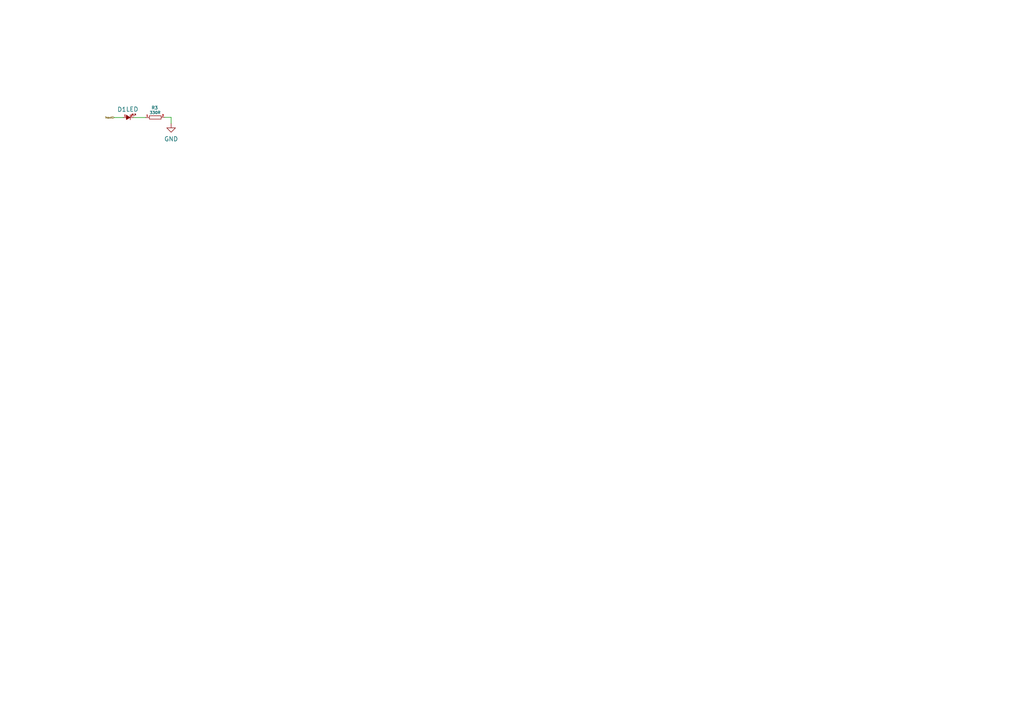
<source format=kicad_sch>
(kicad_sch (version 20211123) (generator eeschema)
  (paper "A4")
  (lib_symbols
    (symbol "Mylib:LED"
      (property "Reference" "D" (at 2.54 3.81 0))
      (property "Value" "LED" (at 0 3.81 0))
      (symbol "LED_0_1"
        (polyline (pts (xy 1.1176 0.8128) (xy 1.1176 -0.6604)))
        (polyline (pts (xy 0 0.7112) (xy 0 -0.6096) (xy 1.016 0) (xy 0 0.7112)) (fill (type outline)))
        (polyline (pts (xy 1.3716 0.4064) (xy 2.0066 1.0414) (xy 1.6256 1.0414) (xy 2.0066 1.0414) (xy 2.0066 0.6604)))
        (polyline (pts (xy 2.0828 0.4064) (xy 2.7178 1.0414) (xy 2.3368 1.0414) (xy 2.7178 1.0414) (xy 2.7178 0.6604)))
      )
      (symbol "LED_1_1"
        (pin passive line (at -0.889 0 0) (length 1) (name "") (number "1"))
        (pin passive line (at 2.032 0 180) (length 1) (name "") (number "2"))
      )
    )
    (symbol "Mylib:resistance"
      (property "Reference" "R" (at 6.35 2.54 0))
      (property "Value" "resistance" (at 0 2.54 0))
      (symbol "resistance_0_1"
        (rectangle (start -1.6256 0.4572) (end 1.778 -0.508))
      )
      (symbol "resistance_1_1"
        (pin passive line (at -2.7432 -0.0508 0) (length 1) (name "~") (number "1"))
        (pin passive line (at 2.794 0 180) (length 1) (name "~") (number "2"))
      )
    )
    (symbol "power:GND" (power) (pin_names (offset 0))
      (property "Value" "GND" (at 0 -3.81 0))
      (symbol "GND_0_1"
        (polyline (pts (xy 0 0) (xy 0 -1.27) (xy 1.27 -1.27) (xy 0 -2.54) (xy -1.27 -1.27) (xy 0 -1.27)))
      )
      (symbol "GND_1_1"
        (pin power_in line (at 0 0 270) (length 0) hide (name "GND") (number "1"))
      )
    )
  )
  (wire (pts (xy 33.0708 34.0868) (xy 35.7632 34.0868)))
  (wire (pts (xy 49.6316 34.036) (xy 49.6316 35.814)))
  (wire (pts (xy 42.2148 34.0868) (xy 38.6842 34.0868)))
  (wire (pts (xy 47.752 34.036) (xy 49.6316 34.036)))
  (hierarchical_label "input" (shape input) (at 33.0708 34.0868 180) (effects (font (size 0.5 0.5))))
  (symbol (lib_id "Mylib:resistance") (at 44.958 34.036 0)
    (property "Reference" "R3" (at 44.8564 31.2674 0) (effects (font (size 0.9 0.9))))
    (property "Value" "330R" (at 44.9834 32.6644 0) (effects (font (size 0.8 0.8))))
    (property "Footprint" "Footprint_lib:resistence" (effects hide))
  )
  (symbol (lib_id "Mylib:LED") (at 36.6522 34.0868 0)
    (property "Reference" "D1" (at 35.3314 31.75 0))
    (property "Value" "LED" (at 38.3286 31.6992 0))
    (property "Footprint" "Footprint_lib:Led" (effects hide))
  )
  (symbol (lib_id "power:GND") (at 49.6316 35.814 0)
    (property "Reference" "#PWR0112" (effects hide))
    (property "Value" "GND" (at 49.6316 40.3098 0))
  )
)
</source>
